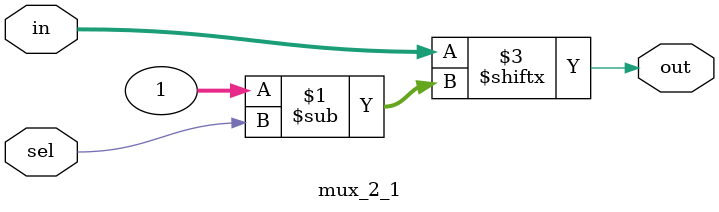
<source format=v>
module mux_2_1(in,sel,out);
input[0:1] in; input sel;	//in=2'b01
output out;

assign out=in[sel];		//1st bit is the most significant	
endmodule
</source>
